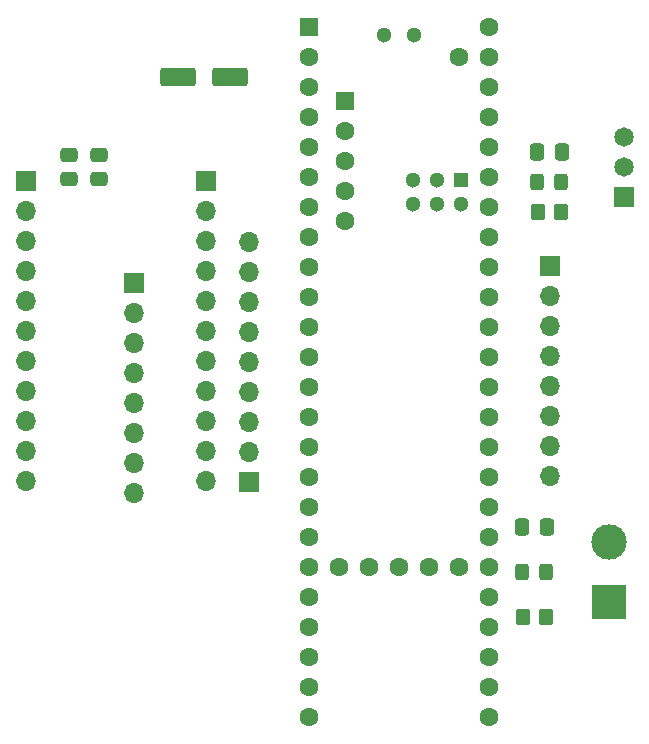
<source format=gbr>
%TF.GenerationSoftware,KiCad,Pcbnew,(6.0.8)*%
%TF.CreationDate,2022-12-18T13:59:50-08:00*%
%TF.ProjectId,ATP_Teensy,4154505f-5465-4656-9e73-792e6b696361,rev?*%
%TF.SameCoordinates,Original*%
%TF.FileFunction,Soldermask,Top*%
%TF.FilePolarity,Negative*%
%FSLAX46Y46*%
G04 Gerber Fmt 4.6, Leading zero omitted, Abs format (unit mm)*
G04 Created by KiCad (PCBNEW (6.0.8)) date 2022-12-18 13:59:50*
%MOMM*%
%LPD*%
G01*
G04 APERTURE LIST*
G04 Aperture macros list*
%AMRoundRect*
0 Rectangle with rounded corners*
0 $1 Rounding radius*
0 $2 $3 $4 $5 $6 $7 $8 $9 X,Y pos of 4 corners*
0 Add a 4 corners polygon primitive as box body*
4,1,4,$2,$3,$4,$5,$6,$7,$8,$9,$2,$3,0*
0 Add four circle primitives for the rounded corners*
1,1,$1+$1,$2,$3*
1,1,$1+$1,$4,$5*
1,1,$1+$1,$6,$7*
1,1,$1+$1,$8,$9*
0 Add four rect primitives between the rounded corners*
20,1,$1+$1,$2,$3,$4,$5,0*
20,1,$1+$1,$4,$5,$6,$7,0*
20,1,$1+$1,$6,$7,$8,$9,0*
20,1,$1+$1,$8,$9,$2,$3,0*%
G04 Aperture macros list end*
%ADD10RoundRect,0.250000X-1.250000X-0.550000X1.250000X-0.550000X1.250000X0.550000X-1.250000X0.550000X0*%
%ADD11RoundRect,0.250000X-0.337500X-0.475000X0.337500X-0.475000X0.337500X0.475000X-0.337500X0.475000X0*%
%ADD12RoundRect,0.250000X-0.475000X0.337500X-0.475000X-0.337500X0.475000X-0.337500X0.475000X0.337500X0*%
%ADD13RoundRect,0.250000X-0.350000X-0.450000X0.350000X-0.450000X0.350000X0.450000X-0.350000X0.450000X0*%
%ADD14RoundRect,0.250000X-0.325000X-0.450000X0.325000X-0.450000X0.325000X0.450000X-0.325000X0.450000X0*%
%ADD15R,3.000000X3.000000*%
%ADD16C,3.000000*%
%ADD17R,1.700000X1.700000*%
%ADD18O,1.700000X1.700000*%
%ADD19R,1.651000X1.651000*%
%ADD20C,1.651000*%
%ADD21R,1.600000X1.600000*%
%ADD22C,1.600000*%
%ADD23R,1.300000X1.300000*%
%ADD24C,1.300000*%
G04 APERTURE END LIST*
D10*
%TO.C,C5*%
X140040000Y-73660000D03*
X144440000Y-73660000D03*
%TD*%
D11*
%TO.C,C2*%
X170412500Y-80010000D03*
X172487500Y-80010000D03*
%TD*%
D12*
%TO.C,C4*%
X133350000Y-80242500D03*
X133350000Y-82317500D03*
%TD*%
D13*
%TO.C,R2*%
X170450000Y-85090000D03*
X172450000Y-85090000D03*
%TD*%
%TO.C,R1*%
X169180000Y-119380000D03*
X171180000Y-119380000D03*
%TD*%
D14*
%TO.C,D1*%
X169155000Y-115570000D03*
X171205000Y-115570000D03*
%TD*%
D15*
%TO.C,J1*%
X176530000Y-118110000D03*
D16*
X176530000Y-113030000D03*
%TD*%
D17*
%TO.C,U3*%
X127095000Y-82455000D03*
D18*
X127095000Y-84995000D03*
X127095000Y-87535000D03*
X127095000Y-90075000D03*
X127095000Y-92615000D03*
X127095000Y-95155000D03*
X127095000Y-97695000D03*
X127095000Y-100235000D03*
X127095000Y-102775000D03*
X127095000Y-105315000D03*
X127095000Y-107855000D03*
X142335000Y-107855000D03*
X142335000Y-105315000D03*
X142335000Y-102775000D03*
X142335000Y-100235000D03*
X142335000Y-97695000D03*
X142335000Y-95155000D03*
X142335000Y-92615000D03*
X142335000Y-90075000D03*
X142335000Y-87535000D03*
X142335000Y-84995000D03*
D17*
X142335000Y-82455000D03*
%TD*%
%TO.C,U4*%
X171495000Y-89632500D03*
D18*
X171495000Y-92172500D03*
X171495000Y-94712500D03*
X171495000Y-97252500D03*
X171495000Y-99792500D03*
X171495000Y-102332500D03*
X171495000Y-104872500D03*
X171495000Y-107412500D03*
%TD*%
D19*
%TO.C,U2*%
X177800000Y-83820000D03*
D20*
X177800000Y-81280000D03*
X177800000Y-78740000D03*
%TD*%
D21*
%TO.C,U5*%
X151130000Y-69410000D03*
D22*
X151130000Y-71950000D03*
X151130000Y-74490000D03*
X151130000Y-77030000D03*
X151130000Y-79570000D03*
X151130000Y-82110000D03*
X151130000Y-84650000D03*
X151130000Y-87190000D03*
X151130000Y-89730000D03*
X151130000Y-92270000D03*
X151130000Y-94810000D03*
X151130000Y-97350000D03*
X151130000Y-99890000D03*
X151130000Y-102430000D03*
X151130000Y-104970000D03*
X151130000Y-107510000D03*
X151130000Y-110050000D03*
X151130000Y-112590000D03*
X151130000Y-115130000D03*
X151130000Y-117670000D03*
X151130000Y-120210000D03*
X151130000Y-122750000D03*
X151130000Y-125290000D03*
X151130000Y-127830000D03*
X166370000Y-127830000D03*
X166370000Y-125290000D03*
X166370000Y-122750000D03*
X166370000Y-120210000D03*
X166370000Y-117670000D03*
X166370000Y-115130000D03*
X166370000Y-112590000D03*
X166370000Y-110050000D03*
X166370000Y-107510000D03*
X166370000Y-104970000D03*
X166370000Y-102430000D03*
X166370000Y-99890000D03*
X166370000Y-97350000D03*
X166370000Y-94810000D03*
X166370000Y-92270000D03*
X166370000Y-89730000D03*
X166370000Y-87190000D03*
X166370000Y-84650000D03*
X166370000Y-82110000D03*
X166370000Y-79570000D03*
X166370000Y-77030000D03*
X166370000Y-74490000D03*
X166370000Y-71950000D03*
X166370000Y-69410000D03*
X163830000Y-71950000D03*
X153670000Y-115130000D03*
X156210000Y-115130000D03*
X158750000Y-115130000D03*
X161290000Y-115130000D03*
X163830000Y-115130000D03*
D21*
X154180800Y-75709200D03*
D22*
X154180800Y-78249200D03*
X154180800Y-80789200D03*
X154180800Y-83329200D03*
X154180800Y-85869200D03*
D23*
X163931600Y-82380000D03*
D24*
X161931600Y-82380000D03*
X159931600Y-82380000D03*
X159931600Y-84380000D03*
X161931600Y-84380000D03*
X163931600Y-84380000D03*
X160020000Y-70140000D03*
X157480000Y-70140000D03*
%TD*%
D11*
%TO.C,C1*%
X169142500Y-111760000D03*
X171217500Y-111760000D03*
%TD*%
D14*
%TO.C,D2*%
X170425000Y-82550000D03*
X172475000Y-82550000D03*
%TD*%
D12*
%TO.C,C3*%
X130810000Y-80242500D03*
X130810000Y-82317500D03*
%TD*%
D17*
%TO.C,U6*%
X146050000Y-107950000D03*
D18*
X146050000Y-105410000D03*
X146050000Y-102870000D03*
X146050000Y-100330000D03*
X146050000Y-97790000D03*
X146050000Y-95250000D03*
X146050000Y-92710000D03*
X146050000Y-90170000D03*
X146050000Y-87630000D03*
%TD*%
D17*
%TO.C,U1*%
X136277500Y-91116250D03*
D18*
X136277500Y-93656250D03*
X136277500Y-96196250D03*
X136277500Y-98736250D03*
X136277500Y-101276250D03*
X136277500Y-103816250D03*
X136277500Y-106356250D03*
X136277500Y-108896250D03*
%TD*%
M02*

</source>
